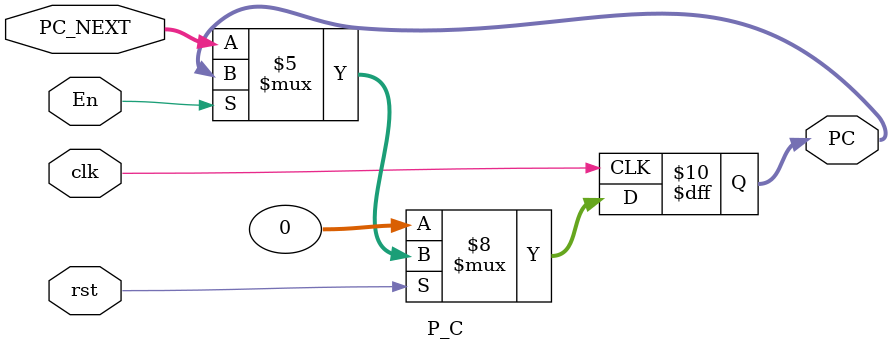
<source format=sv>
module P_C(PC_NEXT, PC, rst, En ,clk);
input [31:0]PC_NEXT;
input rst,clk,En;
output reg [31:0]PC;

always @(posedge clk)begin
	if(~rst)
		PC <= 'b0;
	else begin 
		if(~En)
			PC <= PC_NEXT;
		else
			PC <= PC;
	end
end

endmodule
</source>
